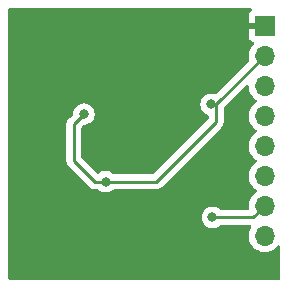
<source format=gbl>
%TF.GenerationSoftware,KiCad,Pcbnew,(6.0.7)*%
%TF.CreationDate,2022-08-20T19:22:04-07:00*%
%TF.ProjectId,tpm_board,74706d5f-626f-4617-9264-2e6b69636164,rev?*%
%TF.SameCoordinates,Original*%
%TF.FileFunction,Copper,L2,Bot*%
%TF.FilePolarity,Positive*%
%FSLAX46Y46*%
G04 Gerber Fmt 4.6, Leading zero omitted, Abs format (unit mm)*
G04 Created by KiCad (PCBNEW (6.0.7)) date 2022-08-20 19:22:04*
%MOMM*%
%LPD*%
G01*
G04 APERTURE LIST*
%TA.AperFunction,ComponentPad*%
%ADD10R,1.700000X1.700000*%
%TD*%
%TA.AperFunction,ComponentPad*%
%ADD11O,1.700000X1.700000*%
%TD*%
%TA.AperFunction,ViaPad*%
%ADD12C,0.800000*%
%TD*%
%TA.AperFunction,Conductor*%
%ADD13C,0.250000*%
%TD*%
G04 APERTURE END LIST*
D10*
%TO.P,J1,1,Pin_1*%
%TO.N,GND*%
X77700000Y-62520000D03*
D11*
%TO.P,J1,2,Pin_2*%
%TO.N,+3.3V*%
X77700000Y-65060000D03*
%TO.P,J1,3,Pin_3*%
%TO.N,MISO*%
X77700000Y-67600000D03*
%TO.P,J1,4,Pin_4*%
%TO.N,MOSI*%
X77700000Y-70140000D03*
%TO.P,J1,5,Pin_5*%
%TO.N,CS*%
X77700000Y-72680000D03*
%TO.P,J1,6,Pin_6*%
%TO.N,SCLK*%
X77700000Y-75220000D03*
%TO.P,J1,7,Pin_7*%
%TO.N,PIRQ*%
X77700000Y-77760000D03*
%TO.P,J1,8,Pin_8*%
%TO.N,RST*%
X77700000Y-80300000D03*
%TD*%
D12*
%TO.N,+3.3V*%
X64247839Y-75705490D03*
X62400000Y-69975000D03*
X73175000Y-69169975D03*
%TO.N,GND*%
X65750000Y-65950000D03*
X62800000Y-68675000D03*
X62775000Y-73675000D03*
X72125000Y-68375000D03*
X67600000Y-70075000D03*
%TO.N,PIRQ*%
X73280940Y-78731775D03*
%TD*%
D13*
%TO.N,+3.3V*%
X73175000Y-69169975D02*
X73590025Y-69169975D01*
X61550000Y-73950305D02*
X61550000Y-70825000D01*
X64247839Y-75705490D02*
X63305185Y-75705490D01*
X73590025Y-69169975D02*
X77700000Y-65060000D01*
X73590025Y-69169975D02*
X73590025Y-70634975D01*
X63305185Y-75705490D02*
X61550000Y-73950305D01*
X61550000Y-70825000D02*
X62400000Y-69975000D01*
X68519510Y-75705490D02*
X64247839Y-75705490D01*
X73590025Y-70634975D02*
X68519510Y-75705490D01*
%TO.N,PIRQ*%
X76728225Y-78731775D02*
X73280940Y-78731775D01*
X77700000Y-77760000D02*
X76728225Y-78731775D01*
%TD*%
%TA.AperFunction,Conductor*%
%TO.N,GND*%
G36*
X76586089Y-61020502D02*
G01*
X76632582Y-61074158D01*
X76642686Y-61144432D01*
X76613192Y-61209012D01*
X76593533Y-61227326D01*
X76494276Y-61301715D01*
X76481715Y-61314276D01*
X76405214Y-61416351D01*
X76396676Y-61431946D01*
X76351522Y-61552394D01*
X76347895Y-61567649D01*
X76342369Y-61618514D01*
X76342000Y-61625328D01*
X76342000Y-62247885D01*
X76346475Y-62263124D01*
X76347865Y-62264329D01*
X76355548Y-62266000D01*
X77828000Y-62266000D01*
X77896121Y-62286002D01*
X77942614Y-62339658D01*
X77954000Y-62392000D01*
X77954000Y-62648000D01*
X77933998Y-62716121D01*
X77880342Y-62762614D01*
X77828000Y-62774000D01*
X76360116Y-62774000D01*
X76344877Y-62778475D01*
X76343672Y-62779865D01*
X76342001Y-62787548D01*
X76342001Y-63414669D01*
X76342371Y-63421490D01*
X76347895Y-63472352D01*
X76351521Y-63487604D01*
X76396676Y-63608054D01*
X76405214Y-63623649D01*
X76481715Y-63725724D01*
X76494276Y-63738285D01*
X76596351Y-63814786D01*
X76611946Y-63823324D01*
X76720827Y-63864142D01*
X76777591Y-63906784D01*
X76802291Y-63973345D01*
X76787083Y-64042694D01*
X76767691Y-64069175D01*
X76644200Y-64198401D01*
X76640629Y-64202138D01*
X76514743Y-64386680D01*
X76420688Y-64589305D01*
X76360989Y-64804570D01*
X76337251Y-65026695D01*
X76350110Y-65249715D01*
X76351247Y-65254761D01*
X76351248Y-65254767D01*
X76383453Y-65397668D01*
X76378917Y-65468520D01*
X76349631Y-65514464D01*
X73591061Y-68273034D01*
X73528749Y-68307060D01*
X73463117Y-68303776D01*
X73457288Y-68301181D01*
X73450836Y-68299809D01*
X73450831Y-68299808D01*
X73276944Y-68262847D01*
X73276939Y-68262847D01*
X73270487Y-68261475D01*
X73079513Y-68261475D01*
X73073061Y-68262847D01*
X73073056Y-68262847D01*
X72986112Y-68281328D01*
X72892712Y-68301181D01*
X72886682Y-68303866D01*
X72886681Y-68303866D01*
X72724278Y-68376172D01*
X72724276Y-68376173D01*
X72718248Y-68378857D01*
X72563747Y-68491109D01*
X72559326Y-68496019D01*
X72559325Y-68496020D01*
X72489168Y-68573938D01*
X72435960Y-68633031D01*
X72340473Y-68798419D01*
X72281458Y-68980047D01*
X72280768Y-68986608D01*
X72280768Y-68986610D01*
X72268198Y-69106206D01*
X72261496Y-69169975D01*
X72262186Y-69176540D01*
X72274348Y-69292251D01*
X72281458Y-69359903D01*
X72340473Y-69541531D01*
X72435960Y-69706919D01*
X72440378Y-69711826D01*
X72440379Y-69711827D01*
X72559325Y-69843930D01*
X72563747Y-69848841D01*
X72718248Y-69961093D01*
X72724276Y-69963777D01*
X72724278Y-69963778D01*
X72881774Y-70033899D01*
X72935869Y-70079879D01*
X72956525Y-70149006D01*
X72956525Y-70320381D01*
X72936523Y-70388502D01*
X72919620Y-70409476D01*
X68294010Y-75035085D01*
X68231698Y-75069111D01*
X68204915Y-75071990D01*
X64956039Y-75071990D01*
X64887918Y-75051988D01*
X64868692Y-75035647D01*
X64868419Y-75035950D01*
X64863507Y-75031527D01*
X64859092Y-75026624D01*
X64704591Y-74914372D01*
X64698563Y-74911688D01*
X64698561Y-74911687D01*
X64536158Y-74839381D01*
X64536157Y-74839381D01*
X64530127Y-74836696D01*
X64436557Y-74816807D01*
X64349783Y-74798362D01*
X64349778Y-74798362D01*
X64343326Y-74796990D01*
X64152352Y-74796990D01*
X64145900Y-74798362D01*
X64145895Y-74798362D01*
X64059121Y-74816807D01*
X63965551Y-74836696D01*
X63959521Y-74839381D01*
X63959520Y-74839381D01*
X63797117Y-74911687D01*
X63797115Y-74911688D01*
X63791087Y-74914372D01*
X63657408Y-75011496D01*
X63590543Y-75035353D01*
X63521391Y-75019273D01*
X63494254Y-74998654D01*
X62220405Y-73724805D01*
X62186379Y-73662493D01*
X62183500Y-73635710D01*
X62183500Y-71139594D01*
X62203502Y-71071473D01*
X62220405Y-71050499D01*
X62350499Y-70920405D01*
X62412811Y-70886379D01*
X62439594Y-70883500D01*
X62495487Y-70883500D01*
X62501939Y-70882128D01*
X62501944Y-70882128D01*
X62602192Y-70860819D01*
X62682288Y-70843794D01*
X62688319Y-70841109D01*
X62850722Y-70768803D01*
X62850724Y-70768802D01*
X62856752Y-70766118D01*
X62874947Y-70752899D01*
X62960798Y-70690524D01*
X63011253Y-70653866D01*
X63049837Y-70611014D01*
X63134621Y-70516852D01*
X63134622Y-70516851D01*
X63139040Y-70511944D01*
X63212863Y-70384079D01*
X63231223Y-70352279D01*
X63231224Y-70352278D01*
X63234527Y-70346556D01*
X63293542Y-70164928D01*
X63295216Y-70149006D01*
X63312814Y-69981565D01*
X63313504Y-69975000D01*
X63310907Y-69950292D01*
X63294232Y-69791635D01*
X63294232Y-69791633D01*
X63293542Y-69785072D01*
X63234527Y-69603444D01*
X63139040Y-69438056D01*
X63133929Y-69432379D01*
X63015675Y-69301045D01*
X63015674Y-69301044D01*
X63011253Y-69296134D01*
X62856752Y-69183882D01*
X62850724Y-69181198D01*
X62850722Y-69181197D01*
X62688319Y-69108891D01*
X62688318Y-69108891D01*
X62682288Y-69106206D01*
X62588887Y-69086353D01*
X62501944Y-69067872D01*
X62501939Y-69067872D01*
X62495487Y-69066500D01*
X62304513Y-69066500D01*
X62298061Y-69067872D01*
X62298056Y-69067872D01*
X62211113Y-69086353D01*
X62117712Y-69106206D01*
X62111682Y-69108891D01*
X62111681Y-69108891D01*
X61949278Y-69181197D01*
X61949276Y-69181198D01*
X61943248Y-69183882D01*
X61788747Y-69296134D01*
X61784326Y-69301044D01*
X61784325Y-69301045D01*
X61666072Y-69432379D01*
X61660960Y-69438056D01*
X61565473Y-69603444D01*
X61506458Y-69785072D01*
X61505768Y-69791633D01*
X61505768Y-69791635D01*
X61489093Y-69950292D01*
X61462080Y-70015949D01*
X61452879Y-70026217D01*
X61202085Y-70277010D01*
X61157742Y-70321353D01*
X61149463Y-70328887D01*
X61142982Y-70333000D01*
X61124878Y-70352279D01*
X61096357Y-70382651D01*
X61093602Y-70385493D01*
X61073865Y-70405230D01*
X61071385Y-70408427D01*
X61063682Y-70417447D01*
X61033414Y-70449679D01*
X61029595Y-70456625D01*
X61029593Y-70456628D01*
X61023652Y-70467434D01*
X61012801Y-70483953D01*
X61000386Y-70499959D01*
X60997241Y-70507228D01*
X60997238Y-70507232D01*
X60982826Y-70540537D01*
X60977609Y-70551187D01*
X60956305Y-70589940D01*
X60954334Y-70597615D01*
X60954334Y-70597616D01*
X60951267Y-70609562D01*
X60944863Y-70628266D01*
X60936819Y-70646855D01*
X60935580Y-70654678D01*
X60935577Y-70654688D01*
X60929901Y-70690524D01*
X60927495Y-70702144D01*
X60916500Y-70744970D01*
X60916500Y-70765224D01*
X60914949Y-70784934D01*
X60911780Y-70804943D01*
X60912526Y-70812835D01*
X60915941Y-70848961D01*
X60916500Y-70860819D01*
X60916500Y-73871538D01*
X60915973Y-73882721D01*
X60914298Y-73890214D01*
X60914547Y-73898140D01*
X60914547Y-73898141D01*
X60916438Y-73958291D01*
X60916500Y-73962250D01*
X60916500Y-73990161D01*
X60916997Y-73994095D01*
X60916997Y-73994096D01*
X60917005Y-73994161D01*
X60917938Y-74005998D01*
X60919327Y-74050194D01*
X60924978Y-74069644D01*
X60928987Y-74089005D01*
X60931526Y-74109102D01*
X60934445Y-74116473D01*
X60934445Y-74116475D01*
X60947804Y-74150217D01*
X60951649Y-74161447D01*
X60963982Y-74203898D01*
X60968015Y-74210717D01*
X60968017Y-74210722D01*
X60974293Y-74221333D01*
X60982988Y-74239081D01*
X60990448Y-74257922D01*
X60995110Y-74264338D01*
X60995110Y-74264339D01*
X61016436Y-74293692D01*
X61022952Y-74303612D01*
X61045458Y-74341667D01*
X61059779Y-74355988D01*
X61072619Y-74371021D01*
X61084528Y-74387412D01*
X61090634Y-74392463D01*
X61118605Y-74415603D01*
X61127384Y-74423593D01*
X62801528Y-76097737D01*
X62809072Y-76106027D01*
X62813185Y-76112508D01*
X62818962Y-76117933D01*
X62862852Y-76159148D01*
X62865694Y-76161903D01*
X62885415Y-76181624D01*
X62888610Y-76184102D01*
X62897632Y-76191808D01*
X62929864Y-76222076D01*
X62936813Y-76225896D01*
X62947617Y-76231836D01*
X62964141Y-76242689D01*
X62980144Y-76255103D01*
X63020728Y-76272666D01*
X63031358Y-76277873D01*
X63070125Y-76299185D01*
X63077802Y-76301156D01*
X63077807Y-76301158D01*
X63089743Y-76304222D01*
X63108451Y-76310627D01*
X63127040Y-76318671D01*
X63134865Y-76319910D01*
X63134867Y-76319911D01*
X63170704Y-76325587D01*
X63182325Y-76327994D01*
X63214144Y-76336163D01*
X63225155Y-76338990D01*
X63245416Y-76338990D01*
X63265125Y-76340541D01*
X63285128Y-76343709D01*
X63293020Y-76342963D01*
X63298247Y-76342469D01*
X63329139Y-76339549D01*
X63340996Y-76338990D01*
X63539639Y-76338990D01*
X63607760Y-76358992D01*
X63626986Y-76375333D01*
X63627259Y-76375030D01*
X63632171Y-76379453D01*
X63636586Y-76384356D01*
X63641925Y-76388235D01*
X63780814Y-76489144D01*
X63791087Y-76496608D01*
X63797115Y-76499292D01*
X63797117Y-76499293D01*
X63948447Y-76566669D01*
X63965551Y-76574284D01*
X64058951Y-76594137D01*
X64145895Y-76612618D01*
X64145900Y-76612618D01*
X64152352Y-76613990D01*
X64343326Y-76613990D01*
X64349778Y-76612618D01*
X64349783Y-76612618D01*
X64436727Y-76594137D01*
X64530127Y-76574284D01*
X64547231Y-76566669D01*
X64698561Y-76499293D01*
X64698563Y-76499292D01*
X64704591Y-76496608D01*
X64714865Y-76489144D01*
X64853753Y-76388235D01*
X64859092Y-76384356D01*
X64863507Y-76379453D01*
X64868419Y-76375030D01*
X64869544Y-76376279D01*
X64922853Y-76343439D01*
X64956039Y-76338990D01*
X68440743Y-76338990D01*
X68451926Y-76339517D01*
X68459419Y-76341192D01*
X68467345Y-76340943D01*
X68467346Y-76340943D01*
X68527496Y-76339052D01*
X68531455Y-76338990D01*
X68559366Y-76338990D01*
X68563301Y-76338493D01*
X68563366Y-76338485D01*
X68575203Y-76337552D01*
X68607461Y-76336538D01*
X68611480Y-76336412D01*
X68619399Y-76336163D01*
X68638853Y-76330511D01*
X68658210Y-76326503D01*
X68670440Y-76324958D01*
X68670441Y-76324958D01*
X68678307Y-76323964D01*
X68685678Y-76321045D01*
X68685680Y-76321045D01*
X68719422Y-76307686D01*
X68730652Y-76303841D01*
X68765493Y-76293719D01*
X68765494Y-76293719D01*
X68773103Y-76291508D01*
X68779922Y-76287475D01*
X68779927Y-76287473D01*
X68790538Y-76281197D01*
X68808286Y-76272502D01*
X68827127Y-76265042D01*
X68847497Y-76250243D01*
X68862897Y-76239054D01*
X68872817Y-76232538D01*
X68904045Y-76214070D01*
X68904048Y-76214068D01*
X68910872Y-76210032D01*
X68925193Y-76195711D01*
X68940227Y-76182870D01*
X68941942Y-76181624D01*
X68956617Y-76170962D01*
X68984808Y-76136885D01*
X68992798Y-76128106D01*
X73982278Y-71138627D01*
X73990564Y-71131087D01*
X73997043Y-71126975D01*
X74009286Y-71113938D01*
X74043668Y-71077324D01*
X74046423Y-71074482D01*
X74066160Y-71054745D01*
X74068640Y-71051548D01*
X74076345Y-71042526D01*
X74101184Y-71016075D01*
X74106611Y-71010296D01*
X74110430Y-71003350D01*
X74110432Y-71003347D01*
X74116373Y-70992541D01*
X74127224Y-70976022D01*
X74134783Y-70966276D01*
X74139639Y-70960016D01*
X74142784Y-70952747D01*
X74142787Y-70952743D01*
X74157199Y-70919438D01*
X74162416Y-70908788D01*
X74183720Y-70870035D01*
X74188758Y-70850412D01*
X74195162Y-70831709D01*
X74200058Y-70820395D01*
X74200058Y-70820394D01*
X74203206Y-70813120D01*
X74204445Y-70805297D01*
X74204448Y-70805287D01*
X74210124Y-70769451D01*
X74212530Y-70757831D01*
X74221553Y-70722686D01*
X74221553Y-70722685D01*
X74223525Y-70715005D01*
X74223525Y-70694751D01*
X74225076Y-70675040D01*
X74227005Y-70662861D01*
X74228245Y-70655032D01*
X74224084Y-70611013D01*
X74223525Y-70599156D01*
X74223525Y-69484569D01*
X74243527Y-69416448D01*
X74260430Y-69395474D01*
X76125019Y-67530885D01*
X76187331Y-67496859D01*
X76258146Y-67501924D01*
X76314982Y-67544471D01*
X76339905Y-67612727D01*
X76350110Y-67789715D01*
X76351247Y-67794761D01*
X76351248Y-67794767D01*
X76375304Y-67901508D01*
X76399222Y-68007639D01*
X76483266Y-68214616D01*
X76534942Y-68298944D01*
X76583913Y-68378857D01*
X76599987Y-68405088D01*
X76746250Y-68573938D01*
X76918126Y-68716632D01*
X76988595Y-68757811D01*
X76991445Y-68759476D01*
X77040169Y-68811114D01*
X77053240Y-68880897D01*
X77026509Y-68946669D01*
X76986055Y-68980027D01*
X76973607Y-68986507D01*
X76969474Y-68989610D01*
X76969471Y-68989612D01*
X76799100Y-69117530D01*
X76794965Y-69120635D01*
X76640629Y-69282138D01*
X76637715Y-69286410D01*
X76637714Y-69286411D01*
X76623057Y-69307898D01*
X76514743Y-69466680D01*
X76477342Y-69547254D01*
X76451260Y-69603444D01*
X76420688Y-69669305D01*
X76360989Y-69884570D01*
X76337251Y-70106695D01*
X76337548Y-70111848D01*
X76337548Y-70111851D01*
X76349572Y-70320381D01*
X76350110Y-70329715D01*
X76351247Y-70334761D01*
X76351248Y-70334767D01*
X76362680Y-70385493D01*
X76399222Y-70547639D01*
X76483266Y-70754616D01*
X76534942Y-70838944D01*
X76584269Y-70919438D01*
X76599987Y-70945088D01*
X76746250Y-71113938D01*
X76918126Y-71256632D01*
X76988595Y-71297811D01*
X76991445Y-71299476D01*
X77040169Y-71351114D01*
X77053240Y-71420897D01*
X77026509Y-71486669D01*
X76986055Y-71520027D01*
X76973607Y-71526507D01*
X76969474Y-71529610D01*
X76969471Y-71529612D01*
X76945247Y-71547800D01*
X76794965Y-71660635D01*
X76640629Y-71822138D01*
X76514743Y-72006680D01*
X76420688Y-72209305D01*
X76360989Y-72424570D01*
X76337251Y-72646695D01*
X76350110Y-72869715D01*
X76351247Y-72874761D01*
X76351248Y-72874767D01*
X76375304Y-72981508D01*
X76399222Y-73087639D01*
X76483266Y-73294616D01*
X76599987Y-73485088D01*
X76746250Y-73653938D01*
X76918126Y-73796632D01*
X76988595Y-73837811D01*
X76991445Y-73839476D01*
X77040169Y-73891114D01*
X77053240Y-73960897D01*
X77026509Y-74026669D01*
X76986055Y-74060027D01*
X76973607Y-74066507D01*
X76969474Y-74069610D01*
X76969471Y-74069612D01*
X76799100Y-74197530D01*
X76794965Y-74200635D01*
X76791393Y-74204373D01*
X76654830Y-74347278D01*
X76640629Y-74362138D01*
X76514743Y-74546680D01*
X76420688Y-74749305D01*
X76360989Y-74964570D01*
X76337251Y-75186695D01*
X76350110Y-75409715D01*
X76351247Y-75414761D01*
X76351248Y-75414767D01*
X76375304Y-75521508D01*
X76399222Y-75627639D01*
X76483266Y-75834616D01*
X76599987Y-76025088D01*
X76746250Y-76193938D01*
X76835409Y-76267959D01*
X76905926Y-76326503D01*
X76918126Y-76336632D01*
X76929775Y-76343439D01*
X76991445Y-76379476D01*
X77040169Y-76431114D01*
X77053240Y-76500897D01*
X77026509Y-76566669D01*
X76986055Y-76600027D01*
X76973607Y-76606507D01*
X76969474Y-76609610D01*
X76969471Y-76609612D01*
X76945247Y-76627800D01*
X76794965Y-76740635D01*
X76640629Y-76902138D01*
X76514743Y-77086680D01*
X76420688Y-77289305D01*
X76360989Y-77504570D01*
X76337251Y-77726695D01*
X76337548Y-77731848D01*
X76337548Y-77731851D01*
X76349812Y-77944538D01*
X76350110Y-77949715D01*
X76351243Y-77954745D01*
X76340916Y-78024983D01*
X76294252Y-78078490D01*
X76226470Y-78098275D01*
X73989140Y-78098275D01*
X73921019Y-78078273D01*
X73901793Y-78061932D01*
X73901520Y-78062235D01*
X73896608Y-78057812D01*
X73892193Y-78052909D01*
X73750159Y-77949715D01*
X73743034Y-77944538D01*
X73743033Y-77944537D01*
X73737692Y-77940657D01*
X73731664Y-77937973D01*
X73731662Y-77937972D01*
X73569259Y-77865666D01*
X73569258Y-77865666D01*
X73563228Y-77862981D01*
X73469828Y-77843128D01*
X73382884Y-77824647D01*
X73382879Y-77824647D01*
X73376427Y-77823275D01*
X73185453Y-77823275D01*
X73179001Y-77824647D01*
X73178996Y-77824647D01*
X73092052Y-77843128D01*
X72998652Y-77862981D01*
X72992622Y-77865666D01*
X72992621Y-77865666D01*
X72830218Y-77937972D01*
X72830216Y-77937973D01*
X72824188Y-77940657D01*
X72818847Y-77944537D01*
X72818846Y-77944538D01*
X72811721Y-77949715D01*
X72669687Y-78052909D01*
X72541900Y-78194831D01*
X72446413Y-78360219D01*
X72387398Y-78541847D01*
X72367436Y-78731775D01*
X72387398Y-78921703D01*
X72446413Y-79103331D01*
X72541900Y-79268719D01*
X72546318Y-79273626D01*
X72546319Y-79273627D01*
X72630822Y-79367477D01*
X72669687Y-79410641D01*
X72713039Y-79442138D01*
X72804480Y-79508574D01*
X72824188Y-79522893D01*
X72830216Y-79525577D01*
X72830218Y-79525578D01*
X72992621Y-79597884D01*
X72998652Y-79600569D01*
X73092052Y-79620422D01*
X73178996Y-79638903D01*
X73179001Y-79638903D01*
X73185453Y-79640275D01*
X73376427Y-79640275D01*
X73382879Y-79638903D01*
X73382884Y-79638903D01*
X73469828Y-79620422D01*
X73563228Y-79600569D01*
X73569259Y-79597884D01*
X73731662Y-79525578D01*
X73731664Y-79525577D01*
X73737692Y-79522893D01*
X73757401Y-79508574D01*
X73870611Y-79426321D01*
X73892193Y-79410641D01*
X73896608Y-79405738D01*
X73901520Y-79401315D01*
X73902645Y-79402564D01*
X73955954Y-79369724D01*
X73989140Y-79365275D01*
X76454586Y-79365275D01*
X76522707Y-79385277D01*
X76569200Y-79438933D01*
X76579304Y-79509207D01*
X76558676Y-79562277D01*
X76514743Y-79626680D01*
X76420688Y-79829305D01*
X76360989Y-80044570D01*
X76337251Y-80266695D01*
X76350110Y-80489715D01*
X76351247Y-80494761D01*
X76351248Y-80494767D01*
X76375304Y-80601508D01*
X76399222Y-80707639D01*
X76483266Y-80914616D01*
X76599987Y-81105088D01*
X76746250Y-81273938D01*
X76918126Y-81416632D01*
X77111000Y-81529338D01*
X77319692Y-81609030D01*
X77324760Y-81610061D01*
X77324763Y-81610062D01*
X77432017Y-81631883D01*
X77538597Y-81653567D01*
X77543772Y-81653757D01*
X77543774Y-81653757D01*
X77756673Y-81661564D01*
X77756677Y-81661564D01*
X77761837Y-81661753D01*
X77766957Y-81661097D01*
X77766959Y-81661097D01*
X77978288Y-81634025D01*
X77978289Y-81634025D01*
X77983416Y-81633368D01*
X77988366Y-81631883D01*
X78192429Y-81570661D01*
X78192434Y-81570659D01*
X78197384Y-81569174D01*
X78397994Y-81470896D01*
X78579860Y-81341173D01*
X78738096Y-81183489D01*
X78741110Y-81179295D01*
X78741119Y-81179284D01*
X78771178Y-81137452D01*
X78827172Y-81093804D01*
X78897876Y-81087358D01*
X78960840Y-81120161D01*
X78996074Y-81181797D01*
X78999500Y-81210978D01*
X78999500Y-83873500D01*
X78979498Y-83941621D01*
X78925842Y-83988114D01*
X78873500Y-83999500D01*
X56126500Y-83999500D01*
X56058379Y-83979498D01*
X56011886Y-83925842D01*
X56000500Y-83873500D01*
X56000500Y-61126500D01*
X56020502Y-61058379D01*
X56074158Y-61011886D01*
X56126500Y-61000500D01*
X76517968Y-61000500D01*
X76586089Y-61020502D01*
G37*
%TD.AperFunction*%
%TD*%
M02*

</source>
